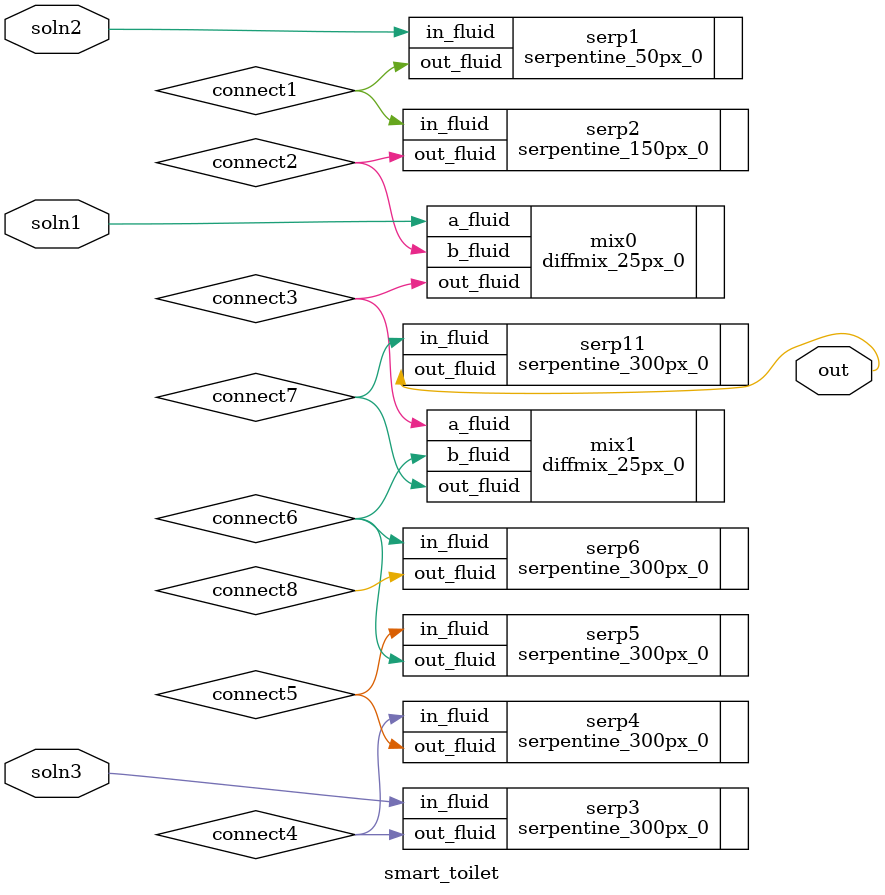
<source format=v>
module smart_toilet (
    soln1,
    soln2,
    soln3,
    out
);

input   soln1, soln2, soln3;
output  out;

// connect0,  

wire    connect1,  connect2,  connect3,  connect4,  connect5,  connect6,  connect7;
//,  connect8,  connect9,
//        connect10, connect11, connect12;

// serpentine_25px_0   serp0   (.in_fluid(soln1), .out_fluid(connect0));

serpentine_50px_0   serp1   (.in_fluid(soln2), .out_fluid(connect1));
serpentine_150px_0  serp2   (.in_fluid(connect1), .out_fluid(connect2));

diffmix_25px_0      mix0    (.a_fluid(soln1), .b_fluid(connect2), .out_fluid(connect3));

serpentine_300px_0  serp3   (.in_fluid(soln3), .out_fluid(connect4));
serpentine_300px_0  serp4   (.in_fluid(connect4), .out_fluid(connect5));
serpentine_300px_0  serp5   (.in_fluid(connect5), .out_fluid(connect6));
serpentine_300px_0  serp6   (.in_fluid(connect6), .out_fluid(connect8));
// serpentine_300px_0  serp7   (.in_fluid(connect8), .out_fluid(connect9));
// serpentine_300px_0  serp8   (.in_fluid(connect9), .out_fluid(connect10));
// serpentine_300px_0  serp9   (.in_fluid(connect10), .out_fluid(connect11));
// serpentine_300px_0  serp10  (.in_fluid(connect11), .out_fluid(connect12));

diffmix_25px_0      mix1    (.a_fluid(connect3), .b_fluid(connect6), .out_fluid(connect7));

serpentine_300px_0  serp11  (.in_fluid(connect7), .out_fluid(out));

endmodule
</source>
